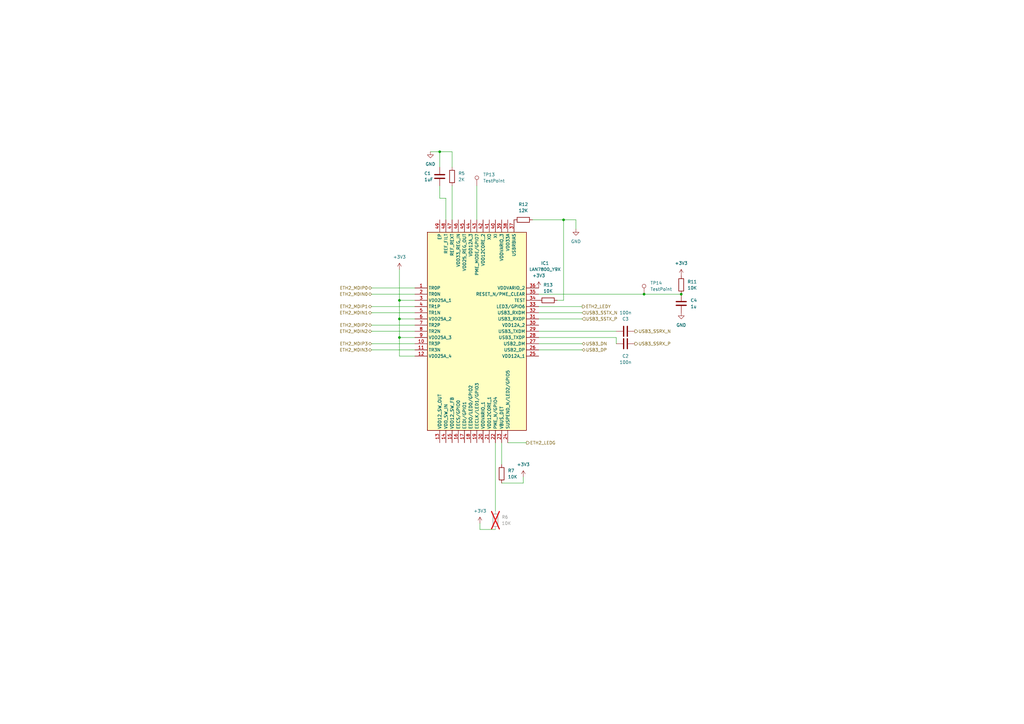
<source format=kicad_sch>
(kicad_sch (version 20230121) (generator eeschema)
  (paper "A3")
  (lib_symbols
    (symbol "Connector:TestPoint" (pin_numbers hide) (pin_names (offset 0.762) hide)
      (property "Reference" "TP" (at 0 6.858 0))
      (property "Value" "TestPoint" (at 0 5.08 0))
      (symbol "TestPoint_0_1"
        (circle (center 0 3.302) (radius 0.762))
      )
      (symbol "TestPoint_1_1"
        (pin passive line (at 0 0 90) (length 2.54) (name "1") (number "1"))
      )
    )
    (symbol "Device:C" (pin_numbers hide) (pin_names (offset 0.254))
      (property "Reference" "C" (at 0.635 2.54 0))
      (property "Value" "C" (at 0.635 -2.54 0))
      (symbol "C_0_1"
        (polyline (pts (xy -2.032 -0.762) (xy 2.032 -0.762)) (stroke (width 0.508)))
        (polyline (pts (xy -2.032 0.762) (xy 2.032 0.762)) (stroke (width 0.508)))
      )
      (symbol "C_1_1"
        (pin passive line (at 0 3.81 270) (length 2.794) (name "~") (number "1"))
        (pin passive line (at 0 -3.81 90) (length 2.794) (name "~") (number "2"))
      )
    )
    (symbol "Device:R" (pin_numbers hide) (pin_names (offset 0))
      (property "Reference" "R" (at 2.032 0 90))
      (property "Value" "R" (at 0 0 90))
      (symbol "R_0_1"
        (rectangle (start -1.016 -2.54) (end 1.016 2.54) (stroke (width 0.254)))
      )
      (symbol "R_1_1"
        (pin passive line (at 0 3.81 270) (length 1.27) (name "~") (number "1"))
        (pin passive line (at 0 -3.81 90) (length 1.27) (name "~") (number "2"))
      )
    )
    (symbol "LAN7800_Y9X:LAN7800_Y9X"
      (property "Reference" "IC" (at 46.99 27.94 0))
      (property "Value" "LAN7800_Y9X" (at 46.99 25.4 0))
      (symbol "LAN7800_Y9X_1_1"
        (rectangle (start 5.08 22.86) (end 45.72 -58.42) (stroke (width 0.254)) (fill (type background)))
        (pin passive line (at 0 0 0) (length 5.08) (name "TR0P") (number "1"))
        (pin passive line (at 0 -22.86 0) (length 5.08) (name "TR3P") (number "10"))
        (pin passive line (at 0 -25.4 0) (length 5.08) (name "TR3N") (number "11"))
        (pin passive line (at 0 -27.94 0) (length 5.08) (name "VDD25A_4") (number "12"))
        (pin passive line (at 10.16 -63.5 90) (length 5.08) (name "VDD12_SW_OUT") (number "13"))
        (pin passive line (at 12.7 -63.5 90) (length 5.08) (name "VDD_SW_IN") (number "14"))
        (pin passive line (at 15.24 -63.5 90) (length 5.08) (name "VDD12_SW_FB") (number "15"))
        (pin passive line (at 17.78 -63.5 90) (length 5.08) (name "EECS/GPIO0") (number "16"))
        (pin passive line (at 20.32 -63.5 90) (length 5.08) (name "EEDI/GPIO1") (number "17"))
        (pin passive line (at 22.86 -63.5 90) (length 5.08) (name "EEDO/LED0/GPIO2") (number "18"))
        (pin passive line (at 25.4 -63.5 90) (length 5.08) (name "EECLK/LED1/GPIO3") (number "19"))
        (pin passive line (at 0 -2.54 0) (length 5.08) (name "TR0N") (number "2"))
        (pin passive line (at 27.94 -63.5 90) (length 5.08) (name "VDDVARIO_1") (number "20"))
        (pin passive line (at 30.48 -63.5 90) (length 5.08) (name "VDD12CORE_1") (number "21"))
        (pin passive line (at 33.02 -63.5 90) (length 5.08) (name "PME_N/GPIO4") (number "22"))
        (pin passive line (at 35.56 -63.5 90) (length 5.08) (name "VBUS_DET") (number "23"))
        (pin passive line (at 38.1 -63.5 90) (length 5.08) (name "SUSPEND_N/LED2/GPIO5") (number "24"))
        (pin passive line (at 50.8 -27.94 180) (length 5.08) (name "VDD12A_1") (number "25"))
        (pin passive line (at 50.8 -25.4 180) (length 5.08) (name "USB2_DP") (number "26"))
        (pin passive line (at 50.8 -22.86 180) (length 5.08) (name "USB2_DM") (number "27"))
        (pin passive line (at 50.8 -20.32 180) (length 5.08) (name "USB3_TXDP") (number "28"))
        (pin passive line (at 50.8 -17.78 180) (length 5.08) (name "USB3_TXDM") (number "29"))
        (pin passive line (at 0 -5.08 0) (length 5.08) (name "VDD25A_1") (number "3"))
        (pin passive line (at 50.8 -15.24 180) (length 5.08) (name "VDD12A_2") (number "30"))
        (pin passive line (at 50.8 -12.7 180) (length 5.08) (name "USB3_RXDP") (number "31"))
        (pin passive line (at 50.8 -10.16 180) (length 5.08) (name "USB3_RXDM") (number "32"))
        (pin passive line (at 50.8 -7.62 180) (length 5.08) (name "LED3/GPIO6") (number "33"))
        (pin passive line (at 50.8 -5.08 180) (length 5.08) (name "TEST") (number "34"))
        (pin passive line (at 50.8 -2.54 180) (length 5.08) (name "RESET_N/PME_CLEAR") (number "35"))
        (pin passive line (at 50.8 0 180) (length 5.08) (name "VDDVARIO_2") (number "36"))
        (pin passive line (at 40.64 27.94 270) (length 5.08) (name "USBRBIAS") (number "37"))
        (pin passive line (at 38.1 27.94 270) (length 5.08) (name "VDD33A") (number "38"))
        (pin passive line (at 35.56 27.94 270) (length 5.08) (name "VDDVARIO_3") (number "39"))
        (pin passive line (at 0 -7.62 0) (length 5.08) (name "TR1P") (number "4"))
        (pin passive line (at 33.02 27.94 270) (length 5.08) (name "XI") (number "40"))
        (pin passive line (at 30.48 27.94 270) (length 5.08) (name "XO") (number "41"))
        (pin passive line (at 27.94 27.94 270) (length 5.08) (name "VDD12CORE_2") (number "42"))
        (pin passive line (at 25.4 27.94 270) (length 5.08) (name "PME_MODE/GPIO7") (number "43"))
        (pin passive line (at 22.86 27.94 270) (length 5.08) (name "VDD12A_3") (number "44"))
        (pin passive line (at 20.32 27.94 270) (length 5.08) (name "VDD25_REG_OUT") (number "45"))
        (pin passive line (at 17.78 27.94 270) (length 5.08) (name "VDD33_REG_IN") (number "46"))
        (pin passive line (at 15.24 27.94 270) (length 5.08) (name "REF_REXT") (number "47"))
        (pin passive line (at 12.7 27.94 270) (length 5.08) (name "REF_FILT") (number "48"))
        (pin passive line (at 10.16 27.94 270) (length 5.08) (name "EP") (number "49"))
        (pin passive line (at 0 -10.16 0) (length 5.08) (name "TR1N") (number "5"))
        (pin passive line (at 0 -12.7 0) (length 5.08) (name "VDD25A_2") (number "6"))
        (pin passive line (at 0 -15.24 0) (length 5.08) (name "TR2P") (number "7"))
        (pin passive line (at 0 -17.78 0) (length 5.08) (name "TR2N") (number "8"))
        (pin passive line (at 0 -20.32 0) (length 5.08) (name "VDD25A_3") (number "9"))
      )
    )
    (symbol "custom_power:ETH_2V5" (power) (pin_names (offset 0))
      (property "Value" "ETH_2V5" (at 0 3.556 0))
      (symbol "ETH_2V5_0_1"
        (polyline (pts (xy -0.762 1.27) (xy 0 2.54)))
        (polyline (pts (xy 0 0) (xy 0 2.54)))
        (polyline (pts (xy 0 2.54) (xy 0.762 1.27)))
      )
      (symbol "ETH_2V5_1_1"
        (pin power_in line (at 0 0 90) (length 0) hide (name "+3V3") (number "1"))
      )
    )
    (symbol "custom_power:ETH_3V3" (power) (pin_names (offset 0))
      (property "Value" "ETH_3V3" (at 0 3.556 0))
      (symbol "ETH_3V3_0_1"
        (polyline (pts (xy -0.762 1.27) (xy 0 2.54)))
        (polyline (pts (xy 0 0) (xy 0 2.54)))
        (polyline (pts (xy 0 2.54) (xy 0.762 1.27)))
      )
      (symbol "ETH_3V3_1_1"
        (pin power_in line (at 0 0 90) (length 0) hide (name "+3V3") (number "1"))
      )
    )
    (symbol "custom_power:GND" (power) (pin_names (offset 0))
      (property "Value" "GND" (at 0 -3.81 0))
      (symbol "GND_0_1"
        (polyline (pts (xy 0 0) (xy 0 -1.27) (xy 1.27 -1.27) (xy 0 -2.54) (xy -1.27 -1.27) (xy 0 -1.27)))
      )
      (symbol "GND_1_1"
        (pin power_in line (at 0 0 270) (length 0) hide (name "GND") (number "1"))
      )
    )
  )
  (junction (at 231.14 90.17))
  (junction (at 180.34 62.23))
  (junction (at 264.16 120.65))
  (junction (at 163.83 138.43))
  (junction (at 163.83 130.81))
  (junction (at 163.83 123.19))
  (junction (at 279.4 120.65))
  (wire (pts (xy 264.16 120.65) (xy 279.4 120.65)))
  (wire (pts (xy 220.98 125.73) (xy 238.76 125.73)))
  (wire (pts (xy 152.4 120.65) (xy 170.18 120.65)))
  (wire (pts (xy 208.28 181.61) (xy 215.9 181.61)))
  (wire (pts (xy 152.4 118.11) (xy 170.18 118.11)))
  (wire (pts (xy 228.6 123.19) (xy 231.14 123.19)))
  (wire (pts (xy 170.18 146.05) (xy 163.83 146.05)))
  (wire (pts (xy 152.4 133.35) (xy 170.18 133.35)))
  (wire (pts (xy 220.98 140.97) (xy 238.76 140.97)))
  (wire (pts (xy 180.34 62.23) (xy 185.42 62.23)))
  (wire (pts (xy 203.2 181.61) (xy 203.2 209.55)))
  (wire (pts (xy 180.34 76.2) (xy 180.34 81.28)))
  (wire (pts (xy 152.4 135.89) (xy 170.18 135.89)))
  (wire (pts (xy 220.98 130.81) (xy 238.76 130.81)))
  (wire (pts (xy 195.58 76.2) (xy 195.58 90.17)))
  (wire (pts (xy 152.4 125.73) (xy 170.18 125.73)))
  (wire (pts (xy 220.98 128.27) (xy 238.76 128.27)))
  (wire (pts (xy 236.22 90.17) (xy 236.22 93.98)))
  (wire (pts (xy 163.83 138.43) (xy 163.83 130.81)))
  (wire (pts (xy 252.73 138.43) (xy 220.98 138.43)))
  (wire (pts (xy 218.44 90.17) (xy 231.14 90.17)))
  (wire (pts (xy 252.73 140.97) (xy 252.73 138.43)))
  (wire (pts (xy 196.85 214.63) (xy 196.85 217.17)))
  (wire (pts (xy 220.98 143.51) (xy 238.76 143.51)))
  (wire (pts (xy 214.63 198.12) (xy 205.74 198.12)))
  (wire (pts (xy 231.14 90.17) (xy 231.14 123.19)))
  (wire (pts (xy 152.4 140.97) (xy 170.18 140.97)))
  (wire (pts (xy 185.42 62.23) (xy 185.42 68.58)))
  (wire (pts (xy 231.14 90.17) (xy 236.22 90.17)))
  (wire (pts (xy 180.34 81.28) (xy 182.88 81.28)))
  (wire (pts (xy 214.63 195.58) (xy 214.63 198.12)))
  (wire (pts (xy 182.88 81.28) (xy 182.88 90.17)))
  (wire (pts (xy 170.18 123.19) (xy 163.83 123.19)))
  (wire (pts (xy 163.83 110.49) (xy 163.83 123.19)))
  (wire (pts (xy 163.83 130.81) (xy 170.18 130.81)))
  (wire (pts (xy 220.98 120.65) (xy 264.16 120.65)))
  (wire (pts (xy 163.83 130.81) (xy 163.83 123.19)))
  (wire (pts (xy 220.98 135.89) (xy 252.73 135.89)))
  (wire (pts (xy 176.53 62.23) (xy 180.34 62.23)))
  (wire (pts (xy 163.83 146.05) (xy 163.83 138.43)))
  (wire (pts (xy 163.83 138.43) (xy 170.18 138.43)))
  (wire (pts (xy 152.4 143.51) (xy 170.18 143.51)))
  (wire (pts (xy 203.2 217.17) (xy 196.85 217.17)))
  (wire (pts (xy 205.74 181.61) (xy 205.74 190.5)))
  (wire (pts (xy 152.4 128.27) (xy 170.18 128.27)))
  (wire (pts (xy 180.34 62.23) (xy 180.34 68.58)))
  (wire (pts (xy 185.42 76.2) (xy 185.42 90.17)))
  (hierarchical_label "USB3_SSRX_N" (shape output) (at 260.35 135.89 0))
  (hierarchical_label "USB3_DP" (shape bidirectional) (at 238.76 143.51 0))
  (hierarchical_label "ETH2_MDIP3" (shape bidirectional) (at 152.4 140.97 180))
  (hierarchical_label "ETH2_MDIN0" (shape bidirectional) (at 152.4 120.65 180))
  (hierarchical_label "ETH2_MDIN3" (shape bidirectional) (at 152.4 143.51 180))
  (hierarchical_label "ETH2_MDIN2" (shape bidirectional) (at 152.4 135.89 180))
  (hierarchical_label "USB3_SSTX_P" (shape input) (at 238.76 130.81 0))
  (hierarchical_label "ETH2_MDIN1" (shape bidirectional) (at 152.4 128.27 180))
  (hierarchical_label "ETH2_LEDY" (shape output) (at 238.76 125.73 0))
  (hierarchical_label "ETH2_LEDG" (shape output) (at 215.9 181.61 0))
  (hierarchical_label "USB3_SSRX_P" (shape output) (at 260.35 140.97 0))
  (hierarchical_label "USB3_DN" (shape bidirectional) (at 238.76 140.97 0))
  (hierarchical_label "ETH2_MDIP0" (shape bidirectional) (at 152.4 118.11 180))
  (hierarchical_label "ETH2_MDIP2" (shape bidirectional) (at 152.4 133.35 180))
  (hierarchical_label "USB3_SSTX_N" (shape input) (at 238.76 128.27 0))
  (hierarchical_label "ETH2_MDIP1" (shape bidirectional) (at 152.4 125.73 180))
  (symbol (lib_id "Device:R") (at 205.74 194.31 0) (unit 1)
    (property "Reference" "R7" (at 208.28 193.04 0) (effects (justify left)))
    (property "Value" "10K" (at 208.28 195.58 0) (effects (justify left)))
  )
  (symbol (lib_id "custom_power:ETH_3V3") (at 196.85 214.63 0) (unit 1)
    (property "Reference" "#PWR026" (effects hide))
    (property "Value" "ETH_3V3" (at 196.85 209.55 0))
  )
  (symbol (lib_id "custom_power:ETH_3V3") (at 214.63 195.58 0) (unit 1)
    (property "Reference" "#PWR027" (effects hide))
    (property "Value" "ETH_3V3" (at 214.63 190.5 0))
  )
  (symbol (lib_id "custom_power:GND") (at 279.4 128.27 0) (unit 1)
    (property "Reference" "#PWR028" (effects hide))
    (property "Value" "GND" (at 279.4 133.35 0))
  )
  (symbol (lib_id "custom_power:GND") (at 176.53 62.23 0) (unit 1)
    (property "Reference" "#PWR025" (effects hide))
    (property "Value" "GND" (at 176.53 67.31 0))
  )
  (symbol (lib_id "custom_power:ETH_3V3") (at 279.4 113.03 0) (unit 1)
    (property "Reference" "#PWR029" (effects hide))
    (property "Value" "ETH_3V3" (at 279.4 107.95 0))
  )
  (symbol (lib_id "Device:C") (at 180.34 72.39 0) (unit 1)
    (property "Reference" "C1" (at 173.99 71.12 0) (effects (justify left)))
    (property "Value" "1uF" (at 173.99 73.66 0) (effects (justify left)))
  )
  (symbol (lib_id "LAN7800_Y9X:LAN7800_Y9X") (at 170.18 118.11 0) (unit 1)
    (property "Reference" "IC1" (at 223.52 107.95 0))
    (property "Value" "LAN7800_Y9X" (at 223.52 110.49 0))
    (property "Footprint" "QFN50P700X700X100-49N-D" (effects hide))
    (property "Height" "1" (effects hide))
    (property "Mouser Part Number" "579-LAN7800/Y9X" (effects hide))
    (property "Mouser Price/Stock" "https://www.mouser.co.uk/ProductDetail/Microchip-Technology/LAN7800-Y9X?qs=IP4CA2YhK0DiSn15uFE%252Bdg%3D%3D" (effects hide))
    (property "Manufacturer_Name" "Microchip" (effects hide))
    (property "Manufacturer_Part_Number" "LAN7800/Y9X" (effects hide))
  )
  (symbol (lib_id "Device:C") (at 279.4 124.46 0) (unit 1)
    (property "Reference" "C4" (at 283.21 123.19 0) (effects (justify left)))
    (property "Value" "1u" (at 283.21 125.73 0) (effects (justify left)))
  )
  (symbol (lib_id "Device:R") (at 279.4 116.84 0) (unit 1)
    (property "Reference" "R11" (at 281.94 115.57 0) (effects (justify left)))
    (property "Value" "10K" (at 281.94 118.11 0) (effects (justify left)))
  )
  (symbol (lib_id "Connector:TestPoint") (at 195.58 76.2 0) (unit 1)
    (property "Reference" "TP13" (at 198.12 71.628 0) (effects (justify left)))
    (property "Value" "TestPoint" (at 198.12 74.168 0) (effects (justify left)))
  )
  (symbol (lib_id "Device:R") (at 224.79 123.19 90) (unit 1)
    (property "Reference" "R13" (at 224.79 116.84 90))
    (property "Value" "10K" (at 224.79 119.38 90))
  )
  (symbol (lib_id "Device:C") (at 256.54 135.89 270) (unit 1)
    (property "Reference" "C3" (at 256.54 130.81 90))
    (property "Value" "100n" (at 256.54 128.27 90))
  )
  (symbol (lib_id "custom_power:ETH_2V5") (at 163.83 110.49 0) (unit 1)
    (property "Reference" "#PWR024" (effects hide))
    (property "Value" "ETH_2V5" (at 163.83 105.41 0))
  )
  (symbol (lib_id "custom_power:ETH_3V3") (at 220.98 118.11 0) (unit 1)
    (property "Reference" "#PWR030" (effects hide))
    (property "Value" "ETH_3V3" (at 220.98 113.03 0))
  )
  (symbol (lib_id "Connector:TestPoint") (at 264.16 120.65 0) (unit 1)
    (property "Reference" "TP14" (at 266.7 116.078 0) (effects (justify left)))
    (property "Value" "TestPoint" (at 266.7 118.618 0) (effects (justify left)))
  )
  (symbol (lib_id "custom_power:GND") (at 236.22 93.98 0) (unit 1)
    (property "Reference" "#PWR031" (effects hide))
    (property "Value" "GND" (at 236.22 99.06 0))
  )
  (symbol (lib_id "Device:R") (at 185.42 72.39 0) (unit 1)
    (property "Reference" "R5" (at 187.96 71.12 0) (effects (justify left)))
    (property "Value" "2K" (at 187.96 73.66 0) (effects (justify left)))
  )
  (symbol (lib_id "Device:R") (at 203.2 213.36 0) (unit 1) (dnp yes)
    (property "Reference" "R6" (at 205.74 212.09 0) (effects (justify left)))
    (property "Value" "10K" (at 205.74 214.63 0) (effects (justify left)))
  )
  (symbol (lib_id "Device:C") (at 256.54 140.97 90) (unit 1)
    (property "Reference" "C2" (at 256.54 146.05 90))
    (property "Value" "100n" (at 256.54 148.59 90))
  )
  (symbol (lib_id "Device:R") (at 214.63 90.17 90) (unit 1)
    (property "Reference" "R12" (at 214.63 83.82 90))
    (property "Value" "12K" (at 214.63 86.36 90))
  )
)
</source>
